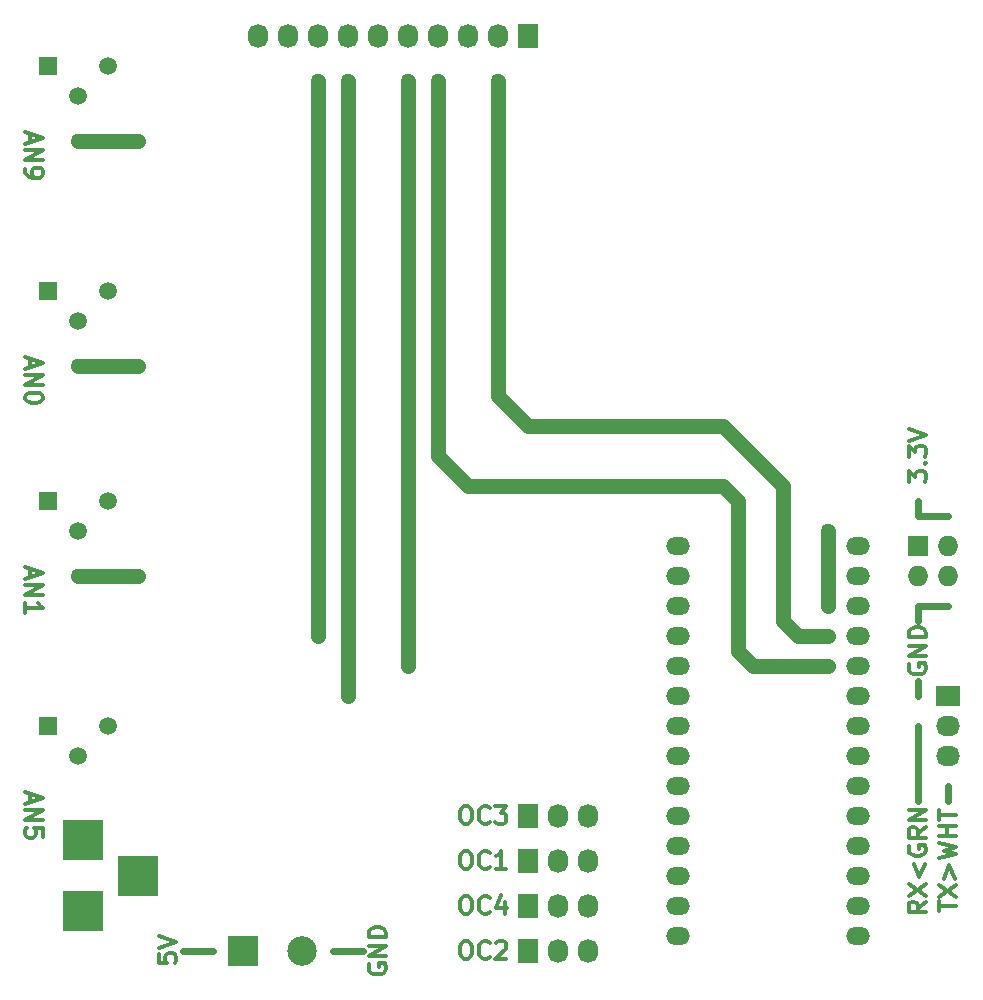
<source format=gtl>
G04 #@! TF.FileFunction,Copper,L1,Top,Signal*
%FSLAX46Y46*%
G04 Gerber Fmt 4.6, Leading zero omitted, Abs format (unit mm)*
G04 Created by KiCad (PCBNEW 4.0.2-stable) date 12/4/2016 4:24:35 PM*
%MOMM*%
G01*
G04 APERTURE LIST*
%ADD10C,0.100000*%
%ADD11C,0.300000*%
%ADD12R,3.500120X3.500120*%
%ADD13R,1.727200X2.032000*%
%ADD14O,1.727200X2.032000*%
%ADD15R,1.727200X1.727200*%
%ADD16O,1.727200X1.727200*%
%ADD17R,2.032000X1.727200*%
%ADD18O,2.032000X1.727200*%
%ADD19C,1.510000*%
%ADD20R,1.510000X1.510000*%
%ADD21O,2.000000X1.500000*%
%ADD22R,2.500000X2.500000*%
%ADD23C,2.500000*%
%ADD24C,1.270000*%
%ADD25C,0.609600*%
%ADD26C,1.270000*%
G04 APERTURE END LIST*
D10*
D11*
X95000000Y-116252857D02*
X95000000Y-116967143D01*
X94571429Y-116110000D02*
X96071429Y-116610000D01*
X94571429Y-117110000D01*
X94571429Y-117610000D02*
X96071429Y-117610000D01*
X94571429Y-118467143D01*
X96071429Y-118467143D01*
X96071429Y-119895715D02*
X96071429Y-119181429D01*
X95357143Y-119110000D01*
X95428571Y-119181429D01*
X95500000Y-119324286D01*
X95500000Y-119681429D01*
X95428571Y-119824286D01*
X95357143Y-119895715D01*
X95214286Y-119967143D01*
X94857143Y-119967143D01*
X94714286Y-119895715D01*
X94642857Y-119824286D01*
X94571429Y-119681429D01*
X94571429Y-119324286D01*
X94642857Y-119181429D01*
X94714286Y-119110000D01*
X95000000Y-97202857D02*
X95000000Y-97917143D01*
X94571429Y-97060000D02*
X96071429Y-97560000D01*
X94571429Y-98060000D01*
X94571429Y-98560000D02*
X96071429Y-98560000D01*
X94571429Y-99417143D01*
X96071429Y-99417143D01*
X94571429Y-100917143D02*
X94571429Y-100060000D01*
X94571429Y-100488572D02*
X96071429Y-100488572D01*
X95857143Y-100345715D01*
X95714286Y-100202857D01*
X95642857Y-100060000D01*
X95000000Y-79422857D02*
X95000000Y-80137143D01*
X94571429Y-79280000D02*
X96071429Y-79780000D01*
X94571429Y-80280000D01*
X94571429Y-80780000D02*
X96071429Y-80780000D01*
X94571429Y-81637143D01*
X96071429Y-81637143D01*
X96071429Y-82637143D02*
X96071429Y-82780000D01*
X96000000Y-82922857D01*
X95928571Y-82994286D01*
X95785714Y-83065715D01*
X95500000Y-83137143D01*
X95142857Y-83137143D01*
X94857143Y-83065715D01*
X94714286Y-82994286D01*
X94642857Y-82922857D01*
X94571429Y-82780000D01*
X94571429Y-82637143D01*
X94642857Y-82494286D01*
X94714286Y-82422857D01*
X94857143Y-82351429D01*
X95142857Y-82280000D01*
X95500000Y-82280000D01*
X95785714Y-82351429D01*
X95928571Y-82422857D01*
X96000000Y-82494286D01*
X96071429Y-82637143D01*
X95000000Y-60372857D02*
X95000000Y-61087143D01*
X94571429Y-60230000D02*
X96071429Y-60730000D01*
X94571429Y-61230000D01*
X94571429Y-61730000D02*
X96071429Y-61730000D01*
X94571429Y-62587143D01*
X96071429Y-62587143D01*
X94571429Y-63372857D02*
X94571429Y-63658572D01*
X94642857Y-63801429D01*
X94714286Y-63872857D01*
X94928571Y-64015715D01*
X95214286Y-64087143D01*
X95785714Y-64087143D01*
X95928571Y-64015715D01*
X96000000Y-63944286D01*
X96071429Y-63801429D01*
X96071429Y-63515715D01*
X96000000Y-63372857D01*
X95928571Y-63301429D01*
X95785714Y-63230000D01*
X95428571Y-63230000D01*
X95285714Y-63301429D01*
X95214286Y-63372857D01*
X95142857Y-63515715D01*
X95142857Y-63801429D01*
X95214286Y-63944286D01*
X95285714Y-64015715D01*
X95428571Y-64087143D01*
X131742857Y-128718571D02*
X132028571Y-128718571D01*
X132171429Y-128790000D01*
X132314286Y-128932857D01*
X132385714Y-129218571D01*
X132385714Y-129718571D01*
X132314286Y-130004286D01*
X132171429Y-130147143D01*
X132028571Y-130218571D01*
X131742857Y-130218571D01*
X131600000Y-130147143D01*
X131457143Y-130004286D01*
X131385714Y-129718571D01*
X131385714Y-129218571D01*
X131457143Y-128932857D01*
X131600000Y-128790000D01*
X131742857Y-128718571D01*
X133885715Y-130075714D02*
X133814286Y-130147143D01*
X133600000Y-130218571D01*
X133457143Y-130218571D01*
X133242858Y-130147143D01*
X133100000Y-130004286D01*
X133028572Y-129861429D01*
X132957143Y-129575714D01*
X132957143Y-129361429D01*
X133028572Y-129075714D01*
X133100000Y-128932857D01*
X133242858Y-128790000D01*
X133457143Y-128718571D01*
X133600000Y-128718571D01*
X133814286Y-128790000D01*
X133885715Y-128861429D01*
X134457143Y-128861429D02*
X134528572Y-128790000D01*
X134671429Y-128718571D01*
X135028572Y-128718571D01*
X135171429Y-128790000D01*
X135242858Y-128861429D01*
X135314286Y-129004286D01*
X135314286Y-129147143D01*
X135242858Y-129361429D01*
X134385715Y-130218571D01*
X135314286Y-130218571D01*
X131742857Y-124908571D02*
X132028571Y-124908571D01*
X132171429Y-124980000D01*
X132314286Y-125122857D01*
X132385714Y-125408571D01*
X132385714Y-125908571D01*
X132314286Y-126194286D01*
X132171429Y-126337143D01*
X132028571Y-126408571D01*
X131742857Y-126408571D01*
X131600000Y-126337143D01*
X131457143Y-126194286D01*
X131385714Y-125908571D01*
X131385714Y-125408571D01*
X131457143Y-125122857D01*
X131600000Y-124980000D01*
X131742857Y-124908571D01*
X133885715Y-126265714D02*
X133814286Y-126337143D01*
X133600000Y-126408571D01*
X133457143Y-126408571D01*
X133242858Y-126337143D01*
X133100000Y-126194286D01*
X133028572Y-126051429D01*
X132957143Y-125765714D01*
X132957143Y-125551429D01*
X133028572Y-125265714D01*
X133100000Y-125122857D01*
X133242858Y-124980000D01*
X133457143Y-124908571D01*
X133600000Y-124908571D01*
X133814286Y-124980000D01*
X133885715Y-125051429D01*
X135171429Y-125408571D02*
X135171429Y-126408571D01*
X134814286Y-124837143D02*
X134457143Y-125908571D01*
X135385715Y-125908571D01*
X131742857Y-121098571D02*
X132028571Y-121098571D01*
X132171429Y-121170000D01*
X132314286Y-121312857D01*
X132385714Y-121598571D01*
X132385714Y-122098571D01*
X132314286Y-122384286D01*
X132171429Y-122527143D01*
X132028571Y-122598571D01*
X131742857Y-122598571D01*
X131600000Y-122527143D01*
X131457143Y-122384286D01*
X131385714Y-122098571D01*
X131385714Y-121598571D01*
X131457143Y-121312857D01*
X131600000Y-121170000D01*
X131742857Y-121098571D01*
X133885715Y-122455714D02*
X133814286Y-122527143D01*
X133600000Y-122598571D01*
X133457143Y-122598571D01*
X133242858Y-122527143D01*
X133100000Y-122384286D01*
X133028572Y-122241429D01*
X132957143Y-121955714D01*
X132957143Y-121741429D01*
X133028572Y-121455714D01*
X133100000Y-121312857D01*
X133242858Y-121170000D01*
X133457143Y-121098571D01*
X133600000Y-121098571D01*
X133814286Y-121170000D01*
X133885715Y-121241429D01*
X135314286Y-122598571D02*
X134457143Y-122598571D01*
X134885715Y-122598571D02*
X134885715Y-121098571D01*
X134742858Y-121312857D01*
X134600000Y-121455714D01*
X134457143Y-121527143D01*
X131742857Y-117288571D02*
X132028571Y-117288571D01*
X132171429Y-117360000D01*
X132314286Y-117502857D01*
X132385714Y-117788571D01*
X132385714Y-118288571D01*
X132314286Y-118574286D01*
X132171429Y-118717143D01*
X132028571Y-118788571D01*
X131742857Y-118788571D01*
X131600000Y-118717143D01*
X131457143Y-118574286D01*
X131385714Y-118288571D01*
X131385714Y-117788571D01*
X131457143Y-117502857D01*
X131600000Y-117360000D01*
X131742857Y-117288571D01*
X133885715Y-118645714D02*
X133814286Y-118717143D01*
X133600000Y-118788571D01*
X133457143Y-118788571D01*
X133242858Y-118717143D01*
X133100000Y-118574286D01*
X133028572Y-118431429D01*
X132957143Y-118145714D01*
X132957143Y-117931429D01*
X133028572Y-117645714D01*
X133100000Y-117502857D01*
X133242858Y-117360000D01*
X133457143Y-117288571D01*
X133600000Y-117288571D01*
X133814286Y-117360000D01*
X133885715Y-117431429D01*
X134385715Y-117288571D02*
X135314286Y-117288571D01*
X134814286Y-117860000D01*
X135028572Y-117860000D01*
X135171429Y-117931429D01*
X135242858Y-118002857D01*
X135314286Y-118145714D01*
X135314286Y-118502857D01*
X135242858Y-118645714D01*
X135171429Y-118717143D01*
X135028572Y-118788571D01*
X134600000Y-118788571D01*
X134457143Y-118717143D01*
X134385715Y-118645714D01*
X105858571Y-129825713D02*
X105858571Y-130539999D01*
X106572857Y-130611428D01*
X106501429Y-130539999D01*
X106430000Y-130397142D01*
X106430000Y-130039999D01*
X106501429Y-129897142D01*
X106572857Y-129825713D01*
X106715714Y-129754285D01*
X107072857Y-129754285D01*
X107215714Y-129825713D01*
X107287143Y-129897142D01*
X107358571Y-130039999D01*
X107358571Y-130397142D01*
X107287143Y-130539999D01*
X107215714Y-130611428D01*
X105858571Y-129325714D02*
X107358571Y-128825714D01*
X105858571Y-128325714D01*
X123710000Y-130682857D02*
X123638571Y-130825714D01*
X123638571Y-131040000D01*
X123710000Y-131254285D01*
X123852857Y-131397143D01*
X123995714Y-131468571D01*
X124281429Y-131540000D01*
X124495714Y-131540000D01*
X124781429Y-131468571D01*
X124924286Y-131397143D01*
X125067143Y-131254285D01*
X125138571Y-131040000D01*
X125138571Y-130897143D01*
X125067143Y-130682857D01*
X124995714Y-130611428D01*
X124495714Y-130611428D01*
X124495714Y-130897143D01*
X125138571Y-129968571D02*
X123638571Y-129968571D01*
X125138571Y-129111428D01*
X123638571Y-129111428D01*
X125138571Y-128397142D02*
X123638571Y-128397142D01*
X123638571Y-128039999D01*
X123710000Y-127825714D01*
X123852857Y-127682856D01*
X123995714Y-127611428D01*
X124281429Y-127539999D01*
X124495714Y-127539999D01*
X124781429Y-127611428D01*
X124924286Y-127682856D01*
X125067143Y-127825714D01*
X125138571Y-128039999D01*
X125138571Y-128397142D01*
X169358571Y-89844285D02*
X169358571Y-88915714D01*
X169930000Y-89415714D01*
X169930000Y-89201428D01*
X170001429Y-89058571D01*
X170072857Y-88987142D01*
X170215714Y-88915714D01*
X170572857Y-88915714D01*
X170715714Y-88987142D01*
X170787143Y-89058571D01*
X170858571Y-89201428D01*
X170858571Y-89630000D01*
X170787143Y-89772857D01*
X170715714Y-89844285D01*
X170715714Y-88272857D02*
X170787143Y-88201429D01*
X170858571Y-88272857D01*
X170787143Y-88344286D01*
X170715714Y-88272857D01*
X170858571Y-88272857D01*
X169358571Y-87701428D02*
X169358571Y-86772857D01*
X169930000Y-87272857D01*
X169930000Y-87058571D01*
X170001429Y-86915714D01*
X170072857Y-86844285D01*
X170215714Y-86772857D01*
X170572857Y-86772857D01*
X170715714Y-86844285D01*
X170787143Y-86915714D01*
X170858571Y-87058571D01*
X170858571Y-87487143D01*
X170787143Y-87630000D01*
X170715714Y-87701428D01*
X169358571Y-86344286D02*
X170858571Y-85844286D01*
X169358571Y-85344286D01*
X169430000Y-105282857D02*
X169358571Y-105425714D01*
X169358571Y-105640000D01*
X169430000Y-105854285D01*
X169572857Y-105997143D01*
X169715714Y-106068571D01*
X170001429Y-106140000D01*
X170215714Y-106140000D01*
X170501429Y-106068571D01*
X170644286Y-105997143D01*
X170787143Y-105854285D01*
X170858571Y-105640000D01*
X170858571Y-105497143D01*
X170787143Y-105282857D01*
X170715714Y-105211428D01*
X170215714Y-105211428D01*
X170215714Y-105497143D01*
X170858571Y-104568571D02*
X169358571Y-104568571D01*
X170858571Y-103711428D01*
X169358571Y-103711428D01*
X170858571Y-102997142D02*
X169358571Y-102997142D01*
X169358571Y-102639999D01*
X169430000Y-102425714D01*
X169572857Y-102282856D01*
X169715714Y-102211428D01*
X170001429Y-102139999D01*
X170215714Y-102139999D01*
X170501429Y-102211428D01*
X170644286Y-102282856D01*
X170787143Y-102425714D01*
X170858571Y-102639999D01*
X170858571Y-102997142D01*
X170858571Y-125384285D02*
X170144286Y-125884285D01*
X170858571Y-126241428D02*
X169358571Y-126241428D01*
X169358571Y-125670000D01*
X169430000Y-125527142D01*
X169501429Y-125455714D01*
X169644286Y-125384285D01*
X169858571Y-125384285D01*
X170001429Y-125455714D01*
X170072857Y-125527142D01*
X170144286Y-125670000D01*
X170144286Y-126241428D01*
X169358571Y-124884285D02*
X170858571Y-123884285D01*
X169358571Y-123884285D02*
X170858571Y-124884285D01*
X169858571Y-122170000D02*
X170287143Y-123312857D01*
X170715714Y-122170000D01*
X169430000Y-120670000D02*
X169358571Y-120812857D01*
X169358571Y-121027143D01*
X169430000Y-121241428D01*
X169572857Y-121384286D01*
X169715714Y-121455714D01*
X170001429Y-121527143D01*
X170215714Y-121527143D01*
X170501429Y-121455714D01*
X170644286Y-121384286D01*
X170787143Y-121241428D01*
X170858571Y-121027143D01*
X170858571Y-120884286D01*
X170787143Y-120670000D01*
X170715714Y-120598571D01*
X170215714Y-120598571D01*
X170215714Y-120884286D01*
X170858571Y-119098571D02*
X170144286Y-119598571D01*
X170858571Y-119955714D02*
X169358571Y-119955714D01*
X169358571Y-119384286D01*
X169430000Y-119241428D01*
X169501429Y-119170000D01*
X169644286Y-119098571D01*
X169858571Y-119098571D01*
X170001429Y-119170000D01*
X170072857Y-119241428D01*
X170144286Y-119384286D01*
X170144286Y-119955714D01*
X170858571Y-118455714D02*
X169358571Y-118455714D01*
X170858571Y-117598571D01*
X169358571Y-117598571D01*
X171898571Y-126205714D02*
X171898571Y-125348571D01*
X173398571Y-125777142D02*
X171898571Y-125777142D01*
X171898571Y-124991428D02*
X173398571Y-123991428D01*
X171898571Y-123991428D02*
X173398571Y-124991428D01*
X172398571Y-123420000D02*
X172827143Y-122277143D01*
X173255714Y-123420000D01*
X171898571Y-121705714D02*
X173398571Y-121348571D01*
X172327143Y-121062857D01*
X173398571Y-120777143D01*
X171898571Y-120420000D01*
X173398571Y-119848571D02*
X171898571Y-119848571D01*
X172612857Y-119848571D02*
X172612857Y-118991428D01*
X173398571Y-118991428D02*
X171898571Y-118991428D01*
X171898571Y-118491428D02*
X171898571Y-117634285D01*
X173398571Y-118062856D02*
X171898571Y-118062856D01*
D12*
X99441000Y-120190260D03*
X99441000Y-126189740D03*
X104140000Y-123190000D03*
D13*
X137160000Y-52070000D03*
D14*
X134620000Y-52070000D03*
X132080000Y-52070000D03*
X129540000Y-52070000D03*
X127000000Y-52070000D03*
X124460000Y-52070000D03*
X121920000Y-52070000D03*
X119380000Y-52070000D03*
X116840000Y-52070000D03*
X114300000Y-52070000D03*
D15*
X170180000Y-95250000D03*
D16*
X172720000Y-95250000D03*
X170180000Y-97790000D03*
X172720000Y-97790000D03*
D17*
X172720000Y-107950000D03*
D18*
X172720000Y-110490000D03*
X172720000Y-113030000D03*
D13*
X137160000Y-121920000D03*
D14*
X139700000Y-121920000D03*
X142240000Y-121920000D03*
D13*
X137160000Y-118110000D03*
D14*
X139700000Y-118110000D03*
X142240000Y-118110000D03*
D13*
X137160000Y-129540000D03*
D14*
X139700000Y-129540000D03*
X142240000Y-129540000D03*
D13*
X137160000Y-125730000D03*
D14*
X139700000Y-125730000D03*
X142240000Y-125730000D03*
D19*
X101600000Y-73660000D03*
D20*
X96520000Y-73660000D03*
D19*
X99060000Y-76200000D03*
X101600000Y-110490000D03*
D20*
X96520000Y-110490000D03*
D19*
X99060000Y-113030000D03*
X101600000Y-91440000D03*
D20*
X96520000Y-91440000D03*
D19*
X99060000Y-93980000D03*
X101600000Y-54610000D03*
D20*
X96520000Y-54610000D03*
D19*
X99060000Y-57150000D03*
D21*
X165100000Y-95250000D03*
X149860000Y-95250000D03*
X165100000Y-97790000D03*
X149860000Y-97790000D03*
X165100000Y-100330000D03*
X149860000Y-100330000D03*
X165100000Y-102870000D03*
X149860000Y-102870000D03*
X165100000Y-105410000D03*
X149860000Y-105410000D03*
X165100000Y-107950000D03*
X149860000Y-107950000D03*
X165100000Y-110490000D03*
X149860000Y-110490000D03*
X165100000Y-113030000D03*
X149860000Y-113030000D03*
X165100000Y-115570000D03*
X149860000Y-115570000D03*
X165100000Y-118110000D03*
X149860000Y-118110000D03*
X165100000Y-120650000D03*
X149860000Y-120650000D03*
X165100000Y-123190000D03*
X149860000Y-123190000D03*
X165100000Y-125730000D03*
X149860000Y-125730000D03*
X165100000Y-128270000D03*
X149860000Y-128270000D03*
D22*
X113030000Y-129540000D03*
D23*
X118030000Y-129540000D03*
D24*
X134620000Y-55880000D03*
X162560000Y-102870000D03*
X129540000Y-55880000D03*
X162560000Y-105410000D03*
X127000000Y-105410000D03*
X127000000Y-55880000D03*
X121920000Y-107950000D03*
X121920000Y-55880000D03*
X119380000Y-102870000D03*
X119380000Y-55880000D03*
X104140000Y-80010000D03*
X99060000Y-80010000D03*
X104140000Y-97790000D03*
X99060000Y-97790000D03*
X162560000Y-100330000D03*
X162560000Y-93980000D03*
X104140000Y-60960000D03*
X99060000Y-60960000D03*
D25*
X107950000Y-129540000D02*
X110490000Y-129540000D01*
X123190000Y-129540000D02*
X120650000Y-129540000D01*
X170180000Y-92710000D02*
X170180000Y-91440000D01*
X172720000Y-92710000D02*
X170180000Y-92710000D01*
X170180000Y-100330000D02*
X172720000Y-100330000D01*
X170180000Y-107950000D02*
X170180000Y-106680000D01*
X170180000Y-100330000D02*
X170180000Y-101600000D01*
X170180000Y-116840000D02*
X170180000Y-110490000D01*
X172720000Y-116840000D02*
X172720000Y-115570000D01*
D26*
X162560000Y-102870000D02*
X160020000Y-102870000D01*
X153670000Y-85090000D02*
X137160000Y-85090000D01*
X160020000Y-102870000D02*
X158750000Y-101600000D01*
X158750000Y-101600000D02*
X158750000Y-90170000D01*
X158750000Y-90170000D02*
X153670000Y-85090000D01*
X137160000Y-85090000D02*
X134620000Y-82550000D01*
X134620000Y-82550000D02*
X134620000Y-55880000D01*
X129540000Y-55880000D02*
X129540000Y-87630000D01*
X129540000Y-87630000D02*
X132080000Y-90170000D01*
X132080000Y-90170000D02*
X153670000Y-90170000D01*
X154940000Y-91440000D02*
X154940000Y-104140000D01*
X153670000Y-90170000D02*
X154940000Y-91440000D01*
X154940000Y-104140000D02*
X156210000Y-105410000D01*
X156210000Y-105410000D02*
X162560000Y-105410000D01*
X127000000Y-105410000D02*
X127000000Y-55880000D01*
X121920000Y-107950000D02*
X121920000Y-55880000D01*
X119380000Y-102870000D02*
X119380000Y-55880000D01*
X104140000Y-80010000D02*
X99060000Y-80010000D01*
X104140000Y-97790000D02*
X99060000Y-97790000D01*
X162560000Y-93980000D02*
X162560000Y-100330000D01*
X99060000Y-60960000D02*
X104140000Y-60960000D01*
M02*

</source>
